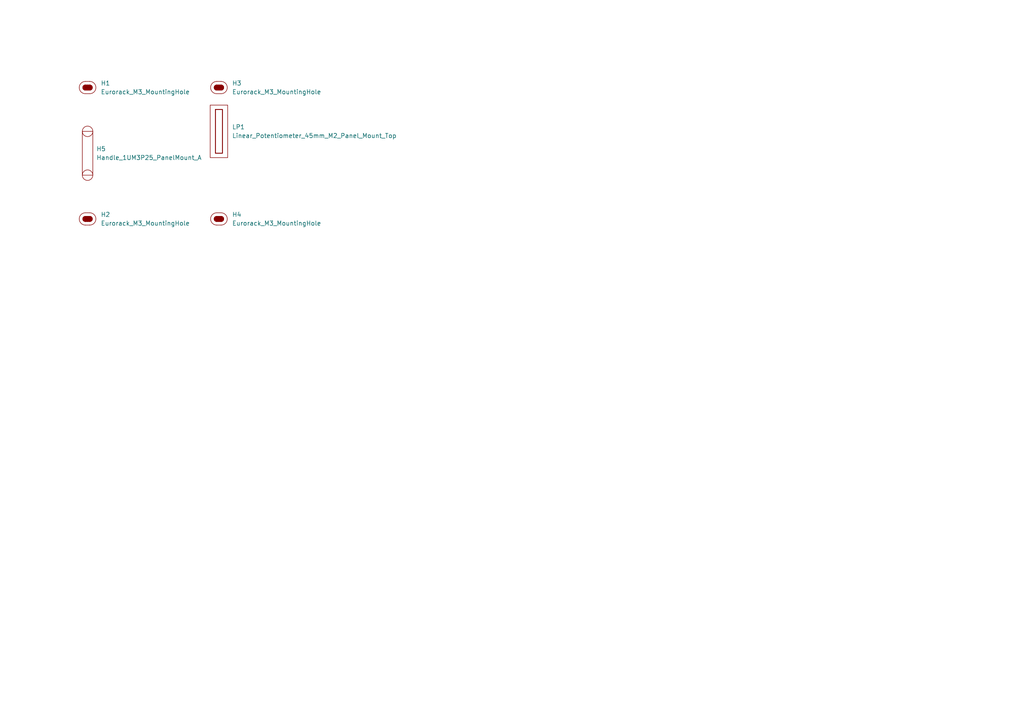
<source format=kicad_sch>
(kicad_sch (version 20250114) (generator "eeschema") (generator_version "9.0")
  (paper "A4")
  (lib_symbols
    (symbol "EXC:Eurorack_M3_MountingHole" (pin_names (offset 1.016))
      (property "Reference" "H" (at 0 5.08 0))
      (property "Value" "Eurorack_M3_MountingHole" (at 0 3.175 0))
      (symbol "Eurorack_M3_MountingHole_0_1"
        (polyline (pts (xy -0.635 0.762) (xy 0.635 0.762)))
        (circle (center -0.635 0) (radius 0.762) (fill (type outline)))
        (arc (start -0.635 -0.762) (mid -1.397 0) (end -0.635 0.762))
        (arc (start -0.635 -1.778) (mid -2.413 0) (end -0.635 1.778))
        (polyline (pts (xy -0.635 -0.762) (xy 0.635 -0.762)))
        (polyline (pts (xy -0.635 -1.778) (xy 0.635 -1.778)))
        (circle (center 0 0) (radius 0.762) (fill (type outline)))
        (polyline (pts (xy 0.635 1.778) (xy -0.635 1.778)))
        (arc (start 0.6141 1.778) (mid 2.4131 0) (end 0.6141 -1.778))
        (arc (start 0.6227 0.762) (mid 1.3971 0) (end 0.6227 -0.762))
        (circle (center 0.635 0) (radius 0.762) (fill (type outline)))
      )
    )
    (symbol "EXC:Handle_1UM3P25_A"
      (property "Reference" "H" (at 0 -6.35 0))
      (property "Value" "Handle_1UM3P25_PanelMount_A" (at 0.254 -17.018 0))
      (symbol "Handle_1UM3P25_A_0_1"
        (rectangle (start -1.524 0) (end 1.524 -12.7))
        (circle (center 0 0) (radius 1.524))
        (circle (center 0 -12.7) (radius 1.524))
      )
    )
    (symbol "EXC:Linear_Potentiometer_45mm_M2_Panel_Mount_Top" (pin_numbers (hide yes)) (pin_names (offset 0))
      (property "Reference" "LP" (at 0 8.636 0))
      (property "Value" "Linear_Potentiometer_45mm_M2_Panel_Mount_Top" (at 0.254 -8.89 0))
      (symbol "Linear_Potentiometer_45mm_M2_Panel_Mount_Top_0_1"
        (rectangle (start -2.54 7.62) (end 2.54 -7.62))
        (rectangle (start -1.016 6.35) (end 1.016 -6.35) (stroke (width 0.254)))
      )
    )
  )
  (symbol (lib_id "EXC:Eurorack_M3_MountingHole") (at 63.5 63.5 0) (unit 1)
    (property "Reference" "H4" (at 67.31 62.2299 0) (effects (justify left)))
    (property "Value" "Eurorack_M3_MountingHole" (at 67.31 64.7699 0) (effects (justify left)))
    (property "Footprint" "EXC:MountingHole_3.2mm_M3" (effects (hide yes)))
    (property "Description" "Mounting Hole without connection" (effects (hide yes)))
  )
  (symbol (lib_id "EXC:Linear_Potentiometer_45mm_M2_Panel_Mount_Top") (at 63.5 38.1 0) (unit 1)
    (property "Reference" "LP1" (at 67.31 36.8299 0) (effects (justify left)))
    (property "Value" "Linear_Potentiometer_45mm_M2_Panel_Mount_Top" (at 67.31 39.3699 0) (effects (justify left)))
    (property "Footprint" "EXC:Linear_Potentiometer_45mm_M2_Panel_Mount_Top" (effects (hide yes)))
    (property "Datasheet" "https://cdn-shop.adafruit.com/product-files/4272/P4272+C13403-001+Data+Sheet+.pdf" (effects (hide yes)))
    (property "Description" "Slide Potentiometer with Knob - 45mm Long - 10KΩ. Panel-mounted with 2x M2 screws, 41mm apart." (effects (hide yes)))
    (property "Source" "https://www.adafruit.com/product/4272" (effects (hide yes)))
  )
  (symbol (lib_id "EXC:Eurorack_M3_MountingHole") (at 63.5 25.4 0) (unit 1)
    (property "Reference" "H3" (at 67.31 24.1299 0) (effects (justify left)))
    (property "Value" "Eurorack_M3_MountingHole" (at 67.31 26.6699 0) (effects (justify left)))
    (property "Footprint" "EXC:MountingHole_3.2mm_M3" (effects (hide yes)))
    (property "Description" "Mounting Hole without connection" (effects (hide yes)))
  )
  (symbol (lib_id "EXC:Eurorack_M3_MountingHole") (at 25.4 25.4 0) (unit 1)
    (property "Reference" "H1" (at 29.21 24.1299 0) (effects (justify left)))
    (property "Value" "Eurorack_M3_MountingHole" (at 29.21 26.6699 0) (effects (justify left)))
    (property "Footprint" "EXC:MountingHole_3.2mm_M3" (effects (hide yes)))
    (property "Description" "Mounting Hole without connection" (effects (hide yes)))
  )
  (symbol (lib_id "EXC:Handle_1UM3P25_A") (at 25.4 38.1 0) (unit 1)
    (property "Reference" "H5" (at 27.94 43.1799 0) (effects (justify left)))
    (property "Value" "Handle_1UM3P25_PanelMount_A" (at 27.94 45.7199 0) (effects (justify left)))
    (property "Footprint" "EXC:Handle_1UM3P25_A" (effects (hide yes)))
    (property "Datasheet" "https://ae01.alicdn.com/kf/Sbc0cceeaa8fe4338b0ef3212e33d9ba8U.png" (effects (hide yes)))
    (property "Description" "The part of the 25mm handle that has the holes for the mounting screws" (effects (hide yes)))
    (property "Source" "https://www.aliexpress.com/item/1005007242440186.html" (effects (hide yes)))
  )
  (symbol (lib_id "EXC:Eurorack_M3_MountingHole") (at 25.4 63.5 0) (unit 1)
    (property "Reference" "H2" (at 29.21 62.2299 0) (effects (justify left)))
    (property "Value" "Eurorack_M3_MountingHole" (at 29.21 64.7699 0) (effects (justify left)))
    (property "Footprint" "EXC:MountingHole_3.2mm_M3" (effects (hide yes)))
    (property "Description" "Mounting Hole without connection" (effects (hide yes)))
  )
)
</source>
